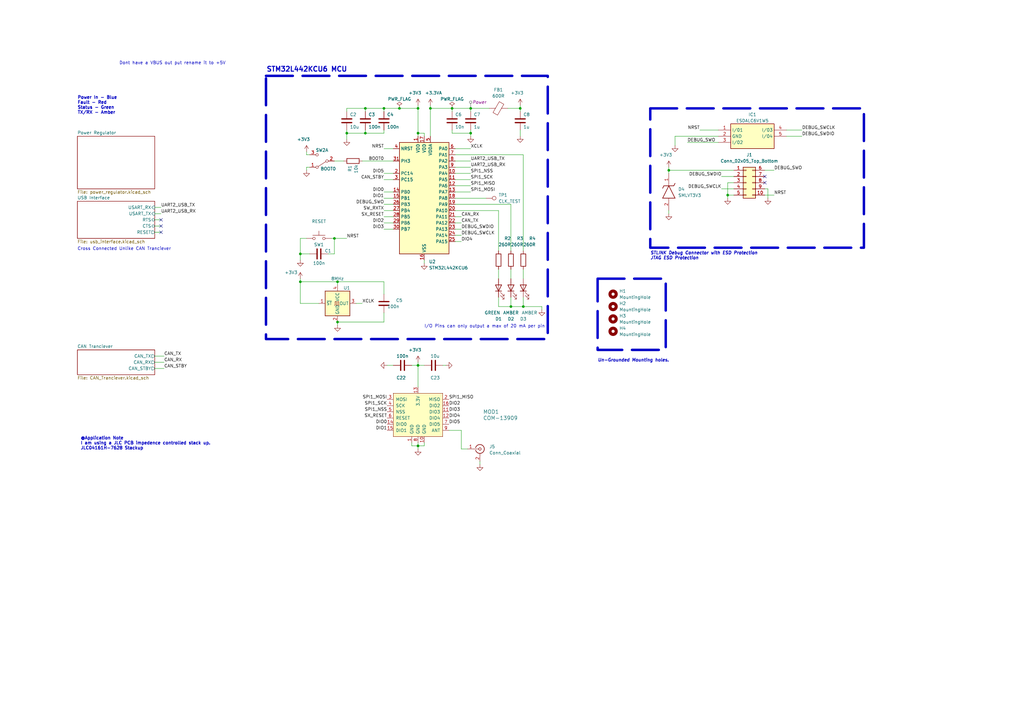
<source format=kicad_sch>
(kicad_sch (version 20230121) (generator eeschema)
  (paper "A3")
  (title_block (title "CAN Bus Linked Temlemetry Module") (date "2023-10-06") (rev "2"))
  (lib_symbols
    (symbol "Connector:Conn_Coaxial" (pin_names (offset 1.016) hide)
      (property "Reference" "J" (at 0.254 3.048 0))
      (property "Value" "Conn_Coaxial" (at 2.921 0 90))
      (symbol "Conn_Coaxial_0_1"
        (arc (start -1.778 -0.508) (mid 0.2311 -1.8066) (end 1.778 0) (stroke (width 0.254)))
        (polyline (pts (xy -2.54 0) (xy -0.508 0)))
        (polyline (pts (xy 0 -2.54) (xy 0 -1.778)))
        (circle (center 0 0) (radius 0.508) (stroke (width 0.2032)))
        (arc (start 1.778 0) (mid 0.2099 1.8101) (end -1.778 0.508) (stroke (width 0.254)))
      )
      (symbol "Conn_Coaxial_1_1"
        (pin passive line (at -5.08 0 0) (length 2.54) (name "In") (number "1"))
        (pin passive line (at 0 -5.08 90) (length 2.54) (name "Ext") (number "2"))
      )
    )
    (symbol "Connector:TestPoint" (pin_numbers hide) (pin_names (offset 0.762) hide)
      (property "Reference" "TP" (at 0 6.858 0))
      (property "Value" "TestPoint" (at 0 5.08 0))
      (symbol "TestPoint_0_1"
        (circle (center 0 3.302) (radius 0.762))
      )
      (symbol "TestPoint_1_1"
        (pin passive line (at 0 0 90) (length 2.54) (name "1") (number "1"))
      )
    )
    (symbol "Connector_Generic:Conn_02x05_Top_Bottom" (pin_names (offset 1.016) hide)
      (property "Reference" "J" (at 1.27 7.62 0))
      (property "Value" "Conn_02x05_Top_Bottom" (at 1.27 -7.62 0))
      (symbol "Conn_02x05_Top_Bottom_1_1"
        (rectangle (start -1.27 -4.953) (end 0 -5.207) (stroke (width 0.1524)))
        (rectangle (start -1.27 -2.413) (end 0 -2.667) (stroke (width 0.1524)))
        (rectangle (start -1.27 0.127) (end 0 -0.127) (stroke (width 0.1524)))
        (rectangle (start -1.27 2.667) (end 0 2.413) (stroke (width 0.1524)))
        (rectangle (start -1.27 5.207) (end 0 4.953) (stroke (width 0.1524)))
        (rectangle (start -1.27 6.35) (end 3.81 -6.35) (stroke (width 0.254)) (fill (type background)))
        (rectangle (start 3.81 -4.953) (end 2.54 -5.207) (stroke (width 0.1524)))
        (rectangle (start 3.81 -2.413) (end 2.54 -2.667) (stroke (width 0.1524)))
        (rectangle (start 3.81 0.127) (end 2.54 -0.127) (stroke (width 0.1524)))
        (rectangle (start 3.81 2.667) (end 2.54 2.413) (stroke (width 0.1524)))
        (rectangle (start 3.81 5.207) (end 2.54 4.953) (stroke (width 0.1524)))
        (pin passive line (at -5.08 5.08 0) (length 3.81) (name "Pin_1") (number "1"))
        (pin passive line (at 7.62 -5.08 180) (length 3.81) (name "Pin_10") (number "10"))
        (pin passive line (at -5.08 2.54 0) (length 3.81) (name "Pin_2") (number "2"))
        (pin passive line (at -5.08 0 0) (length 3.81) (name "Pin_3") (number "3"))
        (pin passive line (at -5.08 -2.54 0) (length 3.81) (name "Pin_4") (number "4"))
        (pin passive line (at -5.08 -5.08 0) (length 3.81) (name "Pin_5") (number "5"))
        (pin passive line (at 7.62 5.08 180) (length 3.81) (name "Pin_6") (number "6"))
        (pin passive line (at 7.62 2.54 180) (length 3.81) (name "Pin_7") (number "7"))
        (pin passive line (at 7.62 0 180) (length 3.81) (name "Pin_8") (number "8"))
        (pin passive line (at 7.62 -2.54 180) (length 3.81) (name "Pin_9") (number "9"))
      )
    )
    (symbol "Device:C" (pin_numbers hide) (pin_names (offset 0.254))
      (property "Reference" "C" (at 0.635 2.54 0))
      (property "Value" "C" (at 0.635 -2.54 0))
      (symbol "C_0_1"
        (polyline (pts (xy -2.032 -0.762) (xy 2.032 -0.762)) (stroke (width 0.508)))
        (polyline (pts (xy -2.032 0.762) (xy 2.032 0.762)) (stroke (width 0.508)))
      )
      (symbol "C_1_1"
        (pin passive line (at 0 3.81 270) (length 2.794) (name "~") (number "1"))
        (pin passive line (at 0 -3.81 90) (length 2.794) (name "~") (number "2"))
      )
    )
    (symbol "Device:FerriteBead" (pin_numbers hide) (pin_names (offset 0))
      (property "Reference" "FB" (at -3.81 0.635 90))
      (property "Value" "FerriteBead" (at 3.81 0 90))
      (symbol "FerriteBead_0_1"
        (polyline (pts (xy 0 -1.27) (xy 0 -1.2192)))
        (polyline (pts (xy 0 1.27) (xy 0 1.2954)))
        (polyline (pts (xy -2.7686 0.4064) (xy -1.7018 2.2606) (xy 2.7686 -0.3048) (xy 1.6764 -2.159) (xy -2.7686 0.4064)))
      )
      (symbol "FerriteBead_1_1"
        (pin passive line (at 0 3.81 270) (length 2.54) (name "~") (number "1"))
        (pin passive line (at 0 -3.81 90) (length 2.54) (name "~") (number "2"))
      )
    )
    (symbol "Device:LED" (pin_numbers hide) (pin_names (offset 1.016) hide)
      (property "Reference" "D" (at 0 2.54 0))
      (property "Value" "LED" (at 0 -2.54 0))
      (symbol "LED_0_1"
        (polyline (pts (xy -1.27 -1.27) (xy -1.27 1.27)) (stroke (width 0.254)))
        (polyline (pts (xy -1.27 0) (xy 1.27 0)))
        (polyline (pts (xy 1.27 -1.27) (xy 1.27 1.27) (xy -1.27 0) (xy 1.27 -1.27)) (stroke (width 0.254)))
        (polyline (pts (xy -3.048 -0.762) (xy -4.572 -2.286) (xy -3.81 -2.286) (xy -4.572 -2.286) (xy -4.572 -1.524)))
        (polyline (pts (xy -1.778 -0.762) (xy -3.302 -2.286) (xy -2.54 -2.286) (xy -3.302 -2.286) (xy -3.302 -1.524)))
      )
      (symbol "LED_1_1"
        (pin passive line (at -3.81 0 0) (length 2.54) (name "K") (number "1"))
        (pin passive line (at 3.81 0 180) (length 2.54) (name "A") (number "2"))
      )
    )
    (symbol "Device:R" (pin_numbers hide) (pin_names (offset 0))
      (property "Reference" "R" (at 2.032 0 90))
      (property "Value" "R" (at 0 0 90))
      (symbol "R_0_1"
        (rectangle (start -1.016 -2.54) (end 1.016 2.54) (stroke (width 0.254)))
      )
      (symbol "R_1_1"
        (pin passive line (at 0 3.81 270) (length 1.27) (name "~") (number "1"))
        (pin passive line (at 0 -3.81 90) (length 1.27) (name "~") (number "2"))
      )
    )
    (symbol "MCU_ST_STM32L4:STM32L442KCUx"
      (property "Reference" "U" (at -10.16 24.13 0))
      (property "Value" "STM32L442KCUx" (at 5.08 24.13 0))
      (symbol "STM32L442KCUx_0_1"
        (rectangle (start -10.16 -22.86) (end 10.16 22.86) (stroke (width 0.254)) (fill (type background)))
      )
      (symbol "STM32L442KCUx_1_1"
        (pin power_in line (at -2.54 25.4 270) (length 2.54) (name "VDD") (number "1"))
        (pin bidirectional line (at 12.7 10.16 180) (length 2.54) (name "PA4") (number "10"))
        (pin bidirectional line (at 12.7 7.62 180) (length 2.54) (name "PA5") (number "11"))
        (pin bidirectional line (at 12.7 5.08 180) (length 2.54) (name "PA6") (number "12"))
        (pin bidirectional line (at 12.7 2.54 180) (length 2.54) (name "PA7") (number "13"))
        (pin bidirectional line (at -12.7 2.54 0) (length 2.54) (name "PB0") (number "14"))
        (pin bidirectional line (at -12.7 0 0) (length 2.54) (name "PB1") (number "15"))
        (pin power_in line (at 0 -25.4 90) (length 2.54) (name "VSS") (number "16"))
        (pin power_in line (at 0 25.4 270) (length 2.54) (name "VDD") (number "17"))
        (pin bidirectional line (at 12.7 0 180) (length 2.54) (name "PA8") (number "18"))
        (pin bidirectional line (at 12.7 -2.54 180) (length 2.54) (name "PA9") (number "19"))
        (pin bidirectional line (at -12.7 10.16 0) (length 2.54) (name "PC14") (number "2"))
        (pin bidirectional line (at 12.7 -5.08 180) (length 2.54) (name "PA10") (number "20"))
        (pin bidirectional line (at 12.7 -7.62 180) (length 2.54) (name "PA11") (number "21"))
        (pin bidirectional line (at 12.7 -10.16 180) (length 2.54) (name "PA12") (number "22"))
        (pin bidirectional line (at 12.7 -12.7 180) (length 2.54) (name "PA13") (number "23"))
        (pin bidirectional line (at 12.7 -15.24 180) (length 2.54) (name "PA14") (number "24"))
        (pin bidirectional line (at 12.7 -17.78 180) (length 2.54) (name "PA15") (number "25"))
        (pin bidirectional line (at -12.7 -2.54 0) (length 2.54) (name "PB3") (number "26"))
        (pin bidirectional line (at -12.7 -5.08 0) (length 2.54) (name "PB4") (number "27"))
        (pin bidirectional line (at -12.7 -7.62 0) (length 2.54) (name "PB5") (number "28"))
        (pin bidirectional line (at -12.7 -10.16 0) (length 2.54) (name "PB6") (number "29"))
        (pin bidirectional line (at -12.7 7.62 0) (length 2.54) (name "PC15") (number "3"))
        (pin bidirectional line (at -12.7 -12.7 0) (length 2.54) (name "PB7") (number "30"))
        (pin bidirectional line (at -12.7 15.24 0) (length 2.54) (name "PH3") (number "31"))
        (pin passive line (at 0 -25.4 90) (length 2.54) hide (name "VSS") (number "32"))
        (pin passive line (at 0 -25.4 90) (length 2.54) hide (name "VSS") (number "33"))
        (pin input line (at -12.7 20.32 0) (length 2.54) (name "NRST") (number "4"))
        (pin power_in line (at 2.54 25.4 270) (length 2.54) (name "VDDA") (number "5"))
        (pin bidirectional line (at 12.7 20.32 180) (length 2.54) (name "PA0") (number "6"))
        (pin bidirectional line (at 12.7 17.78 180) (length 2.54) (name "PA1") (number "7"))
        (pin bidirectional line (at 12.7 15.24 180) (length 2.54) (name "PA2") (number "8"))
        (pin bidirectional line (at 12.7 12.7 180) (length 2.54) (name "PA3") (number "9"))
      )
    )
    (symbol "Mechanical:MountingHole" (pin_names (offset 1.016))
      (property "Reference" "H" (at 0 5.08 0))
      (property "Value" "MountingHole" (at 0 3.175 0))
      (symbol "MountingHole_0_1"
        (circle (center 0 0) (radius 1.27) (stroke (width 1.27)))
      )
    )
    (symbol "RF_Parts:ESDALC6V1W5"
      (property "Reference" "IC" (at 24.13 7.62 0))
      (property "Value" "ESDALC6V1W5" (at 24.13 5.08 0))
      (symbol "ESDALC6V1W5_1_1"
        (rectangle (start 5.08 2.54) (end 22.86 -7.62) (stroke (width 0.254)) (fill (type background)))
        (pin passive line (at 0 0 0) (length 5.08) (name "I/01") (number "1"))
        (pin passive line (at 0 -2.54 0) (length 5.08) (name "GND") (number "2"))
        (pin passive line (at 0 -5.08 0) (length 5.08) (name "I/02") (number "3"))
        (pin passive line (at 27.94 0 180) (length 5.08) (name "I/03") (number "4"))
        (pin passive line (at 27.94 -2.54 180) (length 5.08) (name "I/04") (number "5"))
      )
    )
    (symbol "RF_Parts:SG-3225CAN"
      (property "Reference" "U" (at 3.81 7.62 0))
      (symbol "SG-3225CAN_0_1"
        (rectangle (start -5.08 5.08) (end 5.08 -5.08) (stroke (width 0.254)) (fill (type background)))
        (polyline (pts (xy -1.27 -0.762) (xy -1.016 -0.762) (xy -1.016 0.762) (xy -0.508 0.762) (xy -0.508 -0.762) (xy 0 -0.762) (xy 0 0.762) (xy 0.508 0.762) (xy 0.508 -0.762) (xy 0.762 -0.762)))
      )
      (symbol "SG-3225CAN_1_1"
        (pin input line (at -7.62 0 0) (length 2.54) (name "~{ST}") (number "1"))
        (pin power_in line (at 0 -7.62 90) (length 2.54) (name "GND") (number "2"))
        (pin output line (at 7.62 0 180) (length 2.54) (name "OUT") (number "3"))
        (pin power_in line (at 0 7.62 270) (length 2.54) (name "VCC") (number "4"))
      )
    )
    (symbol "RF_Parts:SMLVT3V3" (pin_names hide)
      (property "Reference" "D" (at 10.16 8.89 0))
      (property "Value" "SMLVT3V3" (at 10.16 6.35 0))
      (symbol "SMLVT3V3_1_1"
        (polyline (pts (xy 4.064 2.54) (xy 5.08 2.032)) (stroke (width 0.254)))
        (polyline (pts (xy 5.08 -2.032) (xy 5.08 2.032)) (stroke (width 0.254)))
        (polyline (pts (xy 5.08 -2.032) (xy 6.096 -2.54)) (stroke (width 0.254)))
        (polyline (pts (xy 5.08 0) (xy 10.16 2.54)) (stroke (width 0.254)))
        (polyline (pts (xy 10.16 -2.54) (xy 5.08 0)) (stroke (width 0.254)))
        (polyline (pts (xy 10.16 -2.54) (xy 10.16 2.54)) (stroke (width 0.254)))
        (pin passive line (at 0 0 0) (length 5.08) (name "K") (number "1"))
        (pin passive line (at 15.24 0 180) (length 5.08) (name "A") (number "2"))
      )
    )
    (symbol "Switch:SW_DPDT_x2" (pin_names (offset 0) hide)
      (property "Reference" "SW" (at 0 4.318 0))
      (property "Value" "SW_DPDT_x2" (at 0 -5.08 0))
      (symbol "SW_DPDT_x2_0_0"
        (circle (center -2.032 0) (radius 0.508))
        (circle (center 2.032 -2.54) (radius 0.508))
      )
      (symbol "SW_DPDT_x2_0_1"
        (polyline (pts (xy -1.524 0.254) (xy 1.651 2.286)))
        (circle (center 2.032 2.54) (radius 0.508))
      )
      (symbol "SW_DPDT_x2_1_1"
        (pin passive line (at 5.08 2.54 180) (length 2.54) (name "A") (number "1"))
        (pin passive line (at -5.08 0 0) (length 2.54) (name "B") (number "2"))
        (pin passive line (at 5.08 -2.54 180) (length 2.54) (name "C") (number "3"))
      )
      (symbol "SW_DPDT_x2_2_1"
        (pin passive line (at 5.08 2.54 180) (length 2.54) (name "A") (number "4"))
        (pin passive line (at -5.08 0 0) (length 2.54) (name "B") (number "5"))
        (pin passive line (at 5.08 -2.54 180) (length 2.54) (name "C") (number "6"))
      )
    )
    (symbol "Switch:SW_Push" (pin_numbers hide) (pin_names (offset 1.016) hide)
      (property "Reference" "SW" (at 1.27 2.54 0))
      (property "Value" "SW_Push" (at 0 -1.524 0))
      (symbol "SW_Push_0_1"
        (circle (center -2.032 0) (radius 0.508))
        (polyline (pts (xy 0 1.27) (xy 0 3.048)))
        (polyline (pts (xy 2.54 1.27) (xy -2.54 1.27)))
        (circle (center 2.032 0) (radius 0.508))
        (pin passive line (at -5.08 0 0) (length 2.54) (name "1") (number "1"))
        (pin passive line (at 5.08 0 180) (length 2.54) (name "2") (number "2"))
      )
    )
    (symbol "dk_RF-Transceiver-Modules:COM-13909" (pin_names (offset 1.016))
      (property "Reference" "MOD" (at -10.287 13.7922 0))
      (property "Value" "COM-13909" (at 3.2766 -6.477 0))
      (symbol "COM-13909_1_1"
        (rectangle (start -10.16 12.7) (end 10.16 -5.08) (fill (type background)))
        (pin power_in line (at -2.54 -7.62 90) (length 2.54) (name "GND") (number "1"))
        (pin power_in line (at 2.54 -7.62 90) (length 2.54) (name "GND") (number "10"))
        (pin bidirectional line (at 12.7 5.08 180) (length 2.54) (name "DIO3") (number "11"))
        (pin bidirectional line (at 12.7 2.54 180) (length 2.54) (name "DIO4") (number "12"))
        (pin power_in line (at 0 15.24 270) (length 2.54) (name "3.3V") (number "13"))
        (pin bidirectional line (at -12.7 0 0) (length 2.54) (name "DIO0") (number "14"))
        (pin bidirectional line (at -12.7 -2.54 0) (length 2.54) (name "DIO1") (number "15"))
        (pin bidirectional line (at 12.7 7.62 180) (length 2.54) (name "DIO2") (number "16"))
        (pin output line (at 12.7 10.16 180) (length 2.54) (name "MISO") (number "2"))
        (pin input line (at -12.7 10.16 0) (length 2.54) (name "MOSI") (number "3"))
        (pin input line (at -12.7 7.62 0) (length 2.54) (name "SCK") (number "4"))
        (pin input line (at -12.7 5.08 0) (length 2.54) (name "NSS") (number "5"))
        (pin input line (at -12.7 2.54 0) (length 2.54) (name "RESET") (number "6"))
        (pin bidirectional line (at 12.7 0 180) (length 2.54) (name "DIO5") (number "7"))
        (pin power_in line (at 0 -7.62 90) (length 2.54) (name "GND") (number "8"))
        (pin bidirectional line (at 12.7 -2.54 180) (length 2.54) (name "ANT") (number "9"))
      )
    )
    (symbol "power:+3.3VA" (power) (pin_names (offset 0))
      (property "Value" "+3.3VA" (at 0 3.556 0))
      (symbol "+3.3VA_0_1"
        (polyline (pts (xy -0.762 1.27) (xy 0 2.54)))
        (polyline (pts (xy 0 0) (xy 0 2.54)))
        (polyline (pts (xy 0 2.54) (xy 0.762 1.27)))
      )
      (symbol "+3.3VA_1_1"
        (pin power_in line (at 0 0 90) (length 0) hide (name "+3.3VA") (number "1"))
      )
    )
    (symbol "power:+3V3" (power) (pin_names (offset 0))
      (property "Value" "+3V3" (at 0 3.556 0))
      (symbol "+3V3_0_1"
        (polyline (pts (xy -0.762 1.27) (xy 0 2.54)))
        (polyline (pts (xy 0 0) (xy 0 2.54)))
        (polyline (pts (xy 0 2.54) (xy 0.762 1.27)))
      )
      (symbol "+3V3_1_1"
        (pin power_in line (at 0 0 90) (length 0) hide (name "+3V3") (number "1"))
      )
    )
    (symbol "power:GND" (power) (pin_names (offset 0))
      (property "Value" "GND" (at 0 -3.81 0))
      (symbol "GND_0_1"
        (polyline (pts (xy 0 0) (xy 0 -1.27) (xy 1.27 -1.27) (xy 0 -2.54) (xy -1.27 -1.27) (xy 0 -1.27)))
      )
      (symbol "GND_1_1"
        (pin power_in line (at 0 0 270) (length 0) hide (name "GND") (number "1"))
      )
    )
    (symbol "power:PWR_FLAG" (power) (pin_numbers hide) (pin_names (offset 0) hide)
      (property "Value" "PWR_FLAG" (at 0 3.81 0))
      (symbol "PWR_FLAG_0_0"
        (pin power_out line (at 0 0 90) (length 0) (name "pwr") (number "1"))
      )
      (symbol "PWR_FLAG_0_1"
        (polyline (pts (xy 0 0) (xy 0 1.27) (xy -1.016 1.905) (xy 0 2.54) (xy 1.016 1.905) (xy 0 1.27)))
      )
    )
  )
  (junction (at 185.42 44.45))
  (junction (at 171.45 54.61))
  (junction (at 213.36 44.45))
  (junction (at 163.83 44.45))
  (junction (at 193.04 44.45))
  (junction (at 149.86 54.61))
  (junction (at 171.45 182.88))
  (junction (at 176.53 44.45))
  (junction (at 123.19 115.57))
  (junction (at 214.63 125.73))
  (junction (at 298.45 80.01))
  (junction (at 157.48 44.45))
  (junction (at 171.45 149.86))
  (junction (at 142.24 54.61))
  (junction (at 123.19 104.14))
  (junction (at 209.55 125.73))
  (junction (at 149.86 44.45))
  (junction (at 193.04 54.61))
  (junction (at 137.16 97.79))
  (junction (at 138.43 115.57))
  (junction (at 274.32 69.85))
  (junction (at 138.43 132.08))
  (junction (at 171.45 44.45))
  (no_connect (at 66.04 92.71))
  (no_connect (at 66.04 90.17))
  (no_connect (at 313.69 74.93))
  (no_connect (at 313.69 72.39))
  (no_connect (at 66.04 95.25))
  (wire (pts (xy 185.42 44.45) (xy 185.42 45.72)))
  (wire (pts (xy 196.85 189.23) (xy 196.85 190.5)))
  (wire (pts (xy 123.19 97.79) (xy 123.19 104.14)))
  (wire (pts (xy 186.69 78.74) (xy 193.04 78.74)))
  (wire (pts (xy 137.16 97.79) (xy 137.16 104.14)))
  (wire (pts (xy 138.43 115.57) (xy 123.19 115.57)))
  (wire (pts (xy 314.96 81.28) (xy 314.96 77.47)))
  (wire (pts (xy 63.5 90.17) (xy 66.04 90.17)))
  (wire (pts (xy 298.45 80.01) (xy 300.99 80.01)))
  (wire (pts (xy 127 68.58) (xy 125.73 68.58)))
  (wire (pts (xy 193.04 55.88) (xy 193.04 54.61)))
  (wire (pts (xy 199.39 81.28) (xy 186.69 81.28)))
  (wire (pts (xy 125.73 97.79) (xy 123.19 97.79)))
  (wire (pts (xy 274.32 86.36) (xy 274.32 87.63)))
  (wire (pts (xy 193.04 44.45) (xy 200.66 44.45)))
  (wire (pts (xy 204.47 121.92) (xy 204.47 125.73)))
  (wire (pts (xy 189.23 184.15) (xy 189.23 176.53)))
  (wire (pts (xy 281.94 58.42) (xy 294.64 58.42)))
  (wire (pts (xy 171.45 43.18) (xy 171.45 44.45)))
  (wire (pts (xy 176.53 44.45) (xy 185.42 44.45)))
  (wire (pts (xy 161.29 78.74) (xy 157.48 78.74)))
  (wire (pts (xy 63.5 148.59) (xy 67.31 148.59)))
  (wire (pts (xy 123.19 115.57) (xy 123.19 124.46)))
  (wire (pts (xy 274.32 68.58) (xy 274.32 69.85)))
  (wire (pts (xy 204.47 86.36) (xy 186.69 86.36)))
  (wire (pts (xy 123.19 104.14) (xy 123.19 106.68)))
  (wire (pts (xy 295.91 77.47) (xy 300.99 77.47)))
  (wire (pts (xy 158.75 149.86) (xy 161.29 149.86)))
  (wire (pts (xy 181.61 149.86) (xy 182.88 149.86)))
  (wire (pts (xy 161.29 88.9) (xy 157.48 88.9)))
  (wire (pts (xy 213.36 44.45) (xy 213.36 45.72)))
  (wire (pts (xy 138.43 116.84) (xy 138.43 115.57)))
  (wire (pts (xy 185.42 54.61) (xy 193.04 54.61)))
  (wire (pts (xy 138.43 132.08) (xy 157.48 132.08)))
  (wire (pts (xy 189.23 176.53) (xy 184.15 176.53)))
  (wire (pts (xy 295.91 72.39) (xy 300.99 72.39)))
  (wire (pts (xy 142.24 54.61) (xy 149.86 54.61)))
  (wire (pts (xy 214.63 114.3) (xy 214.63 110.49)))
  (wire (pts (xy 161.29 86.36) (xy 157.48 86.36)))
  (wire (pts (xy 125.73 68.58) (xy 125.73 69.85)))
  (wire (pts (xy 157.48 83.82) (xy 161.29 83.82)))
  (wire (pts (xy 168.91 182.88) (xy 171.45 182.88)))
  (wire (pts (xy 123.19 114.3) (xy 123.19 115.57)))
  (wire (pts (xy 173.99 149.86) (xy 171.45 149.86)))
  (wire (pts (xy 204.47 125.73) (xy 209.55 125.73)))
  (wire (pts (xy 294.64 55.88) (xy 276.86 55.88)))
  (wire (pts (xy 157.48 60.96) (xy 161.29 60.96)))
  (wire (pts (xy 213.36 43.18) (xy 213.36 44.45)))
  (wire (pts (xy 317.5 80.01) (xy 313.69 80.01)))
  (wire (pts (xy 171.45 54.61) (xy 171.45 55.88)))
  (wire (pts (xy 186.69 88.9) (xy 189.23 88.9)))
  (wire (pts (xy 186.69 63.5) (xy 214.63 63.5)))
  (wire (pts (xy 173.99 55.88) (xy 173.99 54.61)))
  (wire (pts (xy 63.5 87.63) (xy 66.04 87.63)))
  (wire (pts (xy 171.45 148.59) (xy 171.45 149.86)))
  (wire (pts (xy 317.5 69.85) (xy 313.69 69.85)))
  (wire (pts (xy 137.16 66.04) (xy 140.97 66.04)))
  (wire (pts (xy 186.69 68.58) (xy 193.04 68.58)))
  (wire (pts (xy 298.45 80.01) (xy 298.45 81.28)))
  (wire (pts (xy 193.04 45.72) (xy 193.04 44.45)))
  (wire (pts (xy 171.45 182.88) (xy 173.99 182.88)))
  (wire (pts (xy 186.69 76.2) (xy 193.04 76.2)))
  (wire (pts (xy 63.5 85.09) (xy 66.04 85.09)))
  (wire (pts (xy 186.69 96.52) (xy 189.23 96.52)))
  (wire (pts (xy 161.29 91.44) (xy 157.48 91.44)))
  (wire (pts (xy 171.45 44.45) (xy 171.45 54.61)))
  (wire (pts (xy 142.24 44.45) (xy 142.24 45.72)))
  (wire (pts (xy 138.43 115.57) (xy 157.48 115.57)))
  (wire (pts (xy 157.48 44.45) (xy 163.83 44.45)))
  (wire (pts (xy 176.53 44.45) (xy 176.53 55.88)))
  (wire (pts (xy 142.24 53.34) (xy 142.24 54.61)))
  (wire (pts (xy 208.28 44.45) (xy 213.36 44.45)))
  (wire (pts (xy 189.23 99.06) (xy 186.69 99.06)))
  (wire (pts (xy 204.47 102.87) (xy 204.47 86.36)))
  (wire (pts (xy 322.58 53.34) (xy 328.93 53.34)))
  (wire (pts (xy 274.32 69.85) (xy 274.32 71.12)))
  (wire (pts (xy 298.45 74.93) (xy 300.99 74.93)))
  (wire (pts (xy 214.63 63.5) (xy 214.63 102.87)))
  (wire (pts (xy 186.69 66.04) (xy 193.04 66.04)))
  (wire (pts (xy 186.69 71.12) (xy 193.04 71.12)))
  (wire (pts (xy 214.63 125.73) (xy 209.55 125.73)))
  (wire (pts (xy 186.69 91.44) (xy 189.23 91.44)))
  (wire (pts (xy 193.04 53.34) (xy 193.04 54.61)))
  (wire (pts (xy 149.86 44.45) (xy 149.86 45.72)))
  (wire (pts (xy 149.86 54.61) (xy 157.48 54.61)))
  (wire (pts (xy 157.48 120.65) (xy 157.48 115.57)))
  (wire (pts (xy 186.69 60.96) (xy 193.04 60.96)))
  (wire (pts (xy 157.48 53.34) (xy 157.48 54.61)))
  (wire (pts (xy 63.5 151.13) (xy 67.31 151.13)))
  (wire (pts (xy 137.16 104.14) (xy 134.62 104.14)))
  (wire (pts (xy 149.86 53.34) (xy 149.86 54.61)))
  (wire (pts (xy 142.24 44.45) (xy 149.86 44.45)))
  (wire (pts (xy 138.43 132.08) (xy 138.43 133.35)))
  (wire (pts (xy 168.91 181.61) (xy 168.91 182.88)))
  (wire (pts (xy 142.24 54.61) (xy 142.24 57.15)))
  (wire (pts (xy 314.96 77.47) (xy 313.69 77.47)))
  (wire (pts (xy 204.47 114.3) (xy 204.47 110.49)))
  (wire (pts (xy 125.73 63.5) (xy 127 63.5)))
  (wire (pts (xy 148.59 124.46) (xy 146.05 124.46)))
  (wire (pts (xy 209.55 83.82) (xy 186.69 83.82)))
  (wire (pts (xy 163.83 44.45) (xy 171.45 44.45)))
  (wire (pts (xy 127 104.14) (xy 123.19 104.14)))
  (wire (pts (xy 276.86 55.88) (xy 276.86 59.69)))
  (wire (pts (xy 171.45 182.88) (xy 171.45 184.15)))
  (wire (pts (xy 137.16 97.79) (xy 142.24 97.79)))
  (wire (pts (xy 287.02 53.34) (xy 294.64 53.34)))
  (wire (pts (xy 123.19 124.46) (xy 130.81 124.46)))
  (wire (pts (xy 157.48 44.45) (xy 149.86 44.45)))
  (wire (pts (xy 63.5 95.25) (xy 66.04 95.25)))
  (wire (pts (xy 186.69 73.66) (xy 193.04 73.66)))
  (wire (pts (xy 148.59 66.04) (xy 161.29 66.04)))
  (wire (pts (xy 161.29 81.28) (xy 157.48 81.28)))
  (wire (pts (xy 189.23 184.15) (xy 191.77 184.15)))
  (wire (pts (xy 185.42 44.45) (xy 193.04 44.45)))
  (wire (pts (xy 209.55 102.87) (xy 209.55 83.82)))
  (wire (pts (xy 171.45 181.61) (xy 171.45 182.88)))
  (wire (pts (xy 125.73 63.5) (xy 125.73 62.23)))
  (wire (pts (xy 168.91 149.86) (xy 171.45 149.86)))
  (wire (pts (xy 214.63 121.92) (xy 214.63 125.73)))
  (wire (pts (xy 176.53 43.18) (xy 176.53 44.45)))
  (wire (pts (xy 222.25 127) (xy 222.25 125.73)))
  (wire (pts (xy 173.99 54.61) (xy 171.45 54.61)))
  (wire (pts (xy 157.48 128.27) (xy 157.48 132.08)))
  (wire (pts (xy 209.55 125.73) (xy 209.55 121.92)))
  (wire (pts (xy 185.42 53.34) (xy 185.42 54.61)))
  (wire (pts (xy 135.89 97.79) (xy 137.16 97.79)))
  (wire (pts (xy 173.99 106.68) (xy 173.99 107.95)))
  (wire (pts (xy 222.25 125.73) (xy 214.63 125.73)))
  (wire (pts (xy 322.58 55.88) (xy 328.93 55.88)))
  (wire (pts (xy 298.45 74.93) (xy 298.45 80.01)))
  (wire (pts (xy 213.36 53.34) (xy 213.36 55.88)))
  (wire (pts (xy 171.45 149.86) (xy 171.45 158.75)))
  (wire (pts (xy 173.99 182.88) (xy 173.99 181.61)))
  (wire (pts (xy 186.69 93.98) (xy 189.23 93.98)))
  (wire (pts (xy 274.32 69.85) (xy 300.99 69.85)))
  (wire (pts (xy 157.48 44.45) (xy 157.48 45.72)))
  (wire (pts (xy 157.48 71.12) (xy 161.29 71.12)))
  (wire (pts (xy 157.48 73.66) (xy 161.29 73.66)))
  (wire (pts (xy 63.5 146.05) (xy 67.31 146.05)))
  (wire (pts (xy 209.55 114.3) (xy 209.55 110.49)))
  (wire (pts (xy 63.5 92.71) (xy 66.04 92.71)))
  (wire (pts (xy 161.29 93.98) (xy 157.48 93.98)))
  (rectangle (start 109.093 31.115) (end 224.663 139.065) (stroke (width 1) (type dash)))
  (rectangle (start 478.79 15.24) (end 491.49 26.67))
  (rectangle (start 520.7 15.24) (end 538.48 29.21))
  (rectangle (start 497.84 17.78) (end 502.92 22.86))
  (rectangle (start 444.5 15.24) (end 452.12 26.67))
  (rectangle (start 245.11 114.3) (end 273.05 143.51) (stroke (width 1) (type dash)))
  (rectangle (start 444.5 8.89) (end 538.48 34.29))
  (rectangle (start 457.2 17.78) (end 463.55 24.13))
  (rectangle (start 266.7 44.45) (end 354.33 101.6) (stroke (width 1) (type dash)))
  (rectangle (start 461.01 29.21) (end 468.63 34.29))
  (text "MCU" (at 478.79 15.24 0) (effects (font (size 1.27 1.27)) (justify left bottom)))
  (text "Front\n" (at 444.5 7.62 0) (effects (font (size 1.27 1.27)) (justify left bottom)))
  (text "Un-Grounded Mounting holes." (at 245.11 148.59 0) (effects (font (size 1.27 1.27) (thickness 0.254) bold italic) (justify left bottom)))
  (text "COAX RF Anttenna\n" (at 520.7 15.24 0) (effects (font (size 1.27 1.27)) (justify left bottom)))
  (text "Final parts bill:\n\nLDO Voltage Regulator : https://www.digikey.ca/en/products/detail/texas-instruments/TLV2217-33KVURG3/1096010\n\nSTM32L562CET6 : https://www.st.com/en/microcontrollers-microprocessors/stm32l562ce.html#sample-buy\n\nRF Tranciever AT86RF215-ZU : https://www.digikey.ca/en/products/detail/microchip-technology/AT86RF215-ZU/5147177\n\nCAN Tranciever MCP2544WFD-E/FSN : https://www.digikey.ca/en/products/detail/microchip-technology/MCP2544WFD-E%2FSN/5975771\n\n8 MHz Crystal Occilator ECS-80-12-33-JGN-TR : https://www.digikey.ca/en/products/detail/ecs-inc/ECS-80-12-33-JGN-TR/10478754\n\nUSB ESD PROTECTION TVS : https://www.digikey.ca/en/products/detail/stmicroelectronics/USBLC6-2SC6/1040559\n\nSWD ESD PROTECTION IC : https://www.digikey.ca/en/products/detail/stmicroelectronics/ESDALC6V1W5/1037997\n\nSWD ESD PROTECTION DIODE : https://www.digikey.ca/en/products/detail/stmicroelectronics/SMLVT3V3/603521\n\nPOWER DIODE ESDA7P120-1U1M : https://www.digikey.ca/en/products/detail/stmicroelectronics/ESDA7P120-1U1M/6709858\n\nCAN Transciever ESD Protection ESDCAN03-2BWY : https://www.digikey.ca/en/products/detail/stmicroelectronics/ESDCAN03-2BWY/5305266\n\nButton Push : https://www.digikey.ca/en/products/detail/w%C3%BCrth-elektronik/434133025816/9950810\n\nCAN 2.0 Controller MCP2517FD-H/FSL : https://www.digikey.ca/en/products/detail/microchip-technology/MCP2517FD-H%2FSL/7691348?" (at 444.5 86.36 0) (effects (font (size 1.27 1.27)) (justify left bottom)))
  (text "STM32L442KCU6 MCU" (at 109.22 29.718 0) (effects (font (size 2 2) (thickness 0.4) bold) (justify left bottom)))
  (text "CAN Transciever\n" (at 453.39 17.78 0) (effects (font (size 1.27 1.27)) (justify left bottom)))
  (text "STLINK Debug Connector with ESD Protection\nJTAG ESD Protection" (at 266.7 106.68 0) (effects (font (size 1.27 1.27) (thickness 0.254) bold italic) (justify left bottom)))
  (text "@Application Note\nI am using a JLC PCB impedence controlled stack up.\nJLC04161H-7628 Stackup\n\n" (at 33.02 186.69 0) (effects (font (size 1.27 1.27) (thickness 0.254) bold) (justify left bottom)))
  (text "Power In - Blue\nFault - Red\nStatus - Green\nTX/RX - Amber" (at 31.75 46.99 0) (effects (font (size 1.27 1.27) (thickness 0.254) bold) (justify left bottom)))
  (text "USB\n" (at 461.01 31.75 0) (effects (font (size 1.27 1.27)) (justify left bottom)))
  (text "Cross Connected Unlike CAN Tranciever" (at 31.75 102.87 0) (effects (font (size 1.27 1.27)) (justify left bottom)))
  (text "I/O Pins can only output a max of 20 mA per pin" (at 173.99 134.62 0) (effects (font (size 1.27 1.27)) (justify left bottom)))
  (text "CAN RJ45" (at 450.85 26.67 90) (effects (font (size 1.27 1.27)) (justify left bottom)))
  (text "RF Transciever\n" (at 495.3 17.78 0) (effects (font (size 1.27 1.27)) (justify left bottom)))
  (text "Dont have a VBUS out put rename it to +5V\n" (at 48.895 26.67 0) (effects (font (size 1.27 1.27)) (justify left bottom)))
  (label "DIO3" (at 157.48 93.98 180))
  (label "DIO4" (at 189.23 99.06 0))
  (label "SPI1_MISO" (at 184.15 163.83 0))
  (label "SX_RESET" (at 157.48 88.9 180))
  (label "DEBUG_SWDIO" (at 189.23 93.98 0))
  (label "DEBUG_SWO" (at 281.94 58.42 0))
  (label "SPI1_SCK" (at 158.75 166.37 180))
  (label "DEBUG_SWO" (at 317.5 69.85 0))
  (label "NRST" (at 142.24 97.79 0))
  (label "UART2_USB_TX" (at 66.04 85.09 0))
  (label "UART2_USB_TX" (at 193.04 66.04 0))
  (label "DEBUG_SWDIO" (at 295.91 72.39 180))
  (label "CAN_STBY" (at 157.48 73.66 180))
  (label "DIO5" (at 184.15 173.99 0))
  (label "NRST" (at 287.02 53.34 180))
  (label "NRST" (at 317.5 80.01 0))
  (label "DIO1" (at 157.48 81.28 180))
  (label "CAN_RX" (at 189.23 88.9 0))
  (label "DIO3" (at 184.15 168.91 0))
  (label "DIO0" (at 158.75 173.99 180))
  (label "NRST" (at 157.48 60.96 180))
  (label "CAN_TX" (at 67.31 146.05 0))
  (label "SPI1_MOSI" (at 193.04 78.74 0))
  (label "UART2_USB_RX" (at 193.04 68.58 0))
  (label "SW_RXTX" (at 157.48 86.36 180))
  (label "DEBUG_SWO" (at 157.48 83.82 180))
  (label "CAN_STBY" (at 67.31 151.13 0))
  (label "DIO4" (at 184.15 171.45 0))
  (label "BOOT0" (at 157.48 66.04 180))
  (label "XCLK" (at 148.59 124.46 0))
  (label "SPI1_NSS" (at 193.04 71.12 0))
  (label "DEBUG_SWCLK" (at 189.23 96.52 0))
  (label "DIO2" (at 184.15 166.37 0))
  (label "SPI1_NSS" (at 158.75 168.91 180))
  (label "DIO2" (at 157.48 91.44 180))
  (label "SX_RESET" (at 158.75 171.45 180))
  (label "DEBUG_SWDIO" (at 328.93 55.88 0))
  (label "DIO5" (at 157.48 71.12 180))
  (label "DIO0" (at 157.48 78.74 180))
  (label "SPI1_MISO" (at 193.04 76.2 0))
  (label "XCLK" (at 193.04 60.96 0))
  (label "UART2_USB_RX" (at 66.04 87.63 0))
  (label "DIO1" (at 158.75 176.53 180))
  (label "SPI1_MOSI" (at 158.75 163.83 180))
  (label "DEBUG_SWCLK" (at 295.91 77.47 180))
  (label "CAN_TX" (at 189.23 91.44 0))
  (label "CAN_RX" (at 67.31 148.59 0))
  (label "SPI1_SCK" (at 193.04 73.66 0))
  (label "DEBUG_SWCLK" (at 328.93 53.34 0))
  (netclass_flag "" (length 2.54) (shape round) (at 193.04 44.45 0) (property "Netclass" "Power" (at 193.7385 41.91 0) (effects (font italic) (justify left))))
  (symbol (lib_id "Device:FerriteBead") (at 204.47 44.45 90) (unit 1)
    (property "Reference" "FB1" (at 204.4192 36.83 90))
    (property "Value" "600R" (at 204.4192 39.37 90))
    (property "Footprint" "Resistor_SMD:R_0603_1608Metric" (effects hide))
    (property "LCSC #" "C1002" (effects hide))
    (property "JLCPCB Part#(optional)" "C1002" (effects hide))
    (property "DK #" "240-2367-1-ND" (effects hide))
    (property "PCBA" "-" (effects hide))
  )
  (symbol (lib_id "power:GND") (at 182.88 149.86 90) (unit 1)
    (property "Reference" "#PWR060" (effects hide))
    (property "Value" "GND" (effects hide))
  )
  (symbol (lib_id "Connector:Conn_Coaxial") (at 196.85 184.15 0) (unit 1)
    (property "Reference" "J5" (at 200.66 183.1732 0) (effects (justify left)))
    (property "Value" "Conn_Coaxial" (at 200.66 185.7132 0) (effects (justify left)))
    (property "Footprint" "footprints:TAOGLAS_EMPCB.SMAFSTJ.B.HT" (effects hide))
    (property "Datasheet" " ~" (effects hide))
    (property "DK #" "314-1702-ND" (effects hide))
  )
  (symbol (lib_id "power:+3V3") (at 274.32 68.58 0) (unit 1)
    (property "Reference" "#PWR014" (effects hide))
    (property "Value" "+3V3" (at 273.05 63.5 0))
  )
  (symbol (lib_id "Device:C") (at 193.04 49.53 0) (unit 1)
    (property "Reference" "C7" (at 194.31 46.99 0) (effects (justify left)))
    (property "Value" "1u" (at 194.31 52.07 0) (effects (justify left)))
    (property "Footprint" "Capacitor_SMD:C_0402_1005Metric" (effects hide))
    (property "LCSC #" "C52923" (effects hide))
    (property "JLCPCB Part#(optional)" "C52923" (effects hide))
    (property "DK #" "490-13339-1-ND" (effects hide))
    (property "PCBA" "-" (effects hide))
  )
  (symbol (lib_id "Device:C") (at 185.42 49.53 0) (unit 1)
    (property "Reference" "C6" (at 186.69 46.99 0) (effects (justify left)))
    (property "Value" "10n" (at 186.69 52.07 0) (effects (justify left)))
    (property "Footprint" "Capacitor_SMD:C_0402_1005Metric" (effects hide))
    (property "LCSC #" "C1525" (effects hide))
    (property "JLCPCB Part#(optional)" "-- mixed values --" (effects hide))
    (property "DK #" "490-4762-1-ND" (effects hide))
    (property "PCBA" "-" (effects hide))
  )
  (symbol (lib_id "power:GND") (at 142.24 57.15 0) (unit 1)
    (property "Reference" "#PWR06" (effects hide))
    (property "Value" "GND" (effects hide))
  )
  (symbol (lib_id "power:+3V3") (at 125.73 62.23 0) (unit 1)
    (property "Reference" "#PWR03" (effects hide))
    (property "Value" "+3V3" (at 124.46 57.15 0))
  )
  (symbol (lib_id "power:GND") (at 171.45 184.15 0) (unit 1)
    (property "Reference" "#PWR056" (effects hide))
    (property "Value" "GND" (effects hide))
  )
  (symbol (lib_id "Device:C") (at 213.36 49.53 0) (unit 1)
    (property "Reference" "C8" (at 214.63 46.99 0) (effects (justify left)))
    (property "Value" "1u" (at 214.63 52.07 0) (effects (justify left)))
    (property "Footprint" "Capacitor_SMD:C_0402_1005Metric" (effects hide))
    (property "LCSC #" "C52923" (effects hide))
    (property "JLCPCB Part#(optional)" "C52923" (effects hide))
    (property "DK #" "490-13339-1-ND" (effects hide))
    (property "PCBA" "-" (effects hide))
  )
  (symbol (lib_id "Device:R") (at 209.55 106.68 180) (unit 1)
    (property "Reference" "R3" (at 214.63 97.79 0) (effects (justify left)))
    (property "Value" "260R" (at 214.63 100.33 0) (effects (justify left)))
    (property "Footprint" "Resistor_SMD:R_0603_1608Metric" (effects hide))
    (property "LCSC #" "C22966" (effects hide))
    (property "JLCPCB Part#(optional)" "C22966" (effects hide))
    (property "DK #" "RMCF0603FT110RCT-ND" (effects hide))
    (property "PCBA" "-" (effects hide))
  )
  (symbol (lib_id "Device:R") (at 144.78 66.04 90) (unit 1)
    (property "Reference" "R1" (at 143.51 70.485 0) (effects (justify left)))
    (property "Value" "10k" (at 146.05 71.12 0) (effects (justify left)))
    (property "Footprint" "Resistor_SMD:R_0603_1608Metric" (effects hide))
    (property "LCSC #" "C25804" (effects hide))
    (property "JLCPCB Part#(optional)" "C25804" (effects hide))
    (property "DK #" "311-10.0KHRCT-ND" (effects hide))
    (property "PCBA" "-" (effects hide))
  )
  (symbol (lib_id "Mechanical:MountingHole") (at 251.46 125.73 0) (unit 1)
    (property "Reference" "H2" (at 254 124.46 0) (effects (justify left)))
    (property "Value" "MountingHole" (at 254 127 0) (effects (justify left)))
    (property "Footprint" "MountingHole:MountingHole_2.2mm_M2" (effects hide))
  )
  (symbol (lib_id "power:GND") (at 138.43 133.35 0) (unit 1)
    (property "Reference" "#PWR05" (effects hide))
    (property "Value" "GND" (effects hide))
  )
  (symbol (lib_id "Device:R") (at 214.63 106.68 180) (unit 1)
    (property "Reference" "R4" (at 219.71 97.79 0) (effects (justify left)))
    (property "Value" "260R" (at 219.71 100.33 0) (effects (justify left)))
    (property "Footprint" "Resistor_SMD:R_0603_1608Metric" (effects hide))
    (property "LCSC #" "C22966" (effects hide))
    (property "JLCPCB Part#(optional)" "C22966" (effects hide))
    (property "DK #" "RMCF0603FT110RCT-ND" (effects hide))
    (property "PCBA" "-" (effects hide))
  )
  (symbol (lib_id "Connector_Generic:Conn_02x05_Top_Bottom") (at 306.07 74.93 0) (unit 1)
    (property "Reference" "J1" (at 307.34 63.5 0))
    (property "Value" "Conn_02x05_Top_Bottom" (at 307.34 66.04 0))
    (property "Footprint" "Connector_PinHeader_2.54mm:PinHeader_2x05_P2.54mm_Vertical" (effects hide))
    (property "LCSC #" "C5116482" (effects hide))
    (property "JLCPCB Part#(optional)" "C5116482" (effects hide))
  )
  (symbol (lib_id "Device:R") (at 204.47 106.68 180) (unit 1)
    (property "Reference" "R2" (at 209.55 97.79 0) (effects (justify left)))
    (property "Value" "260R" (at 209.55 100.33 0) (effects (justify left)))
    (property "Footprint" "Resistor_SMD:R_0603_1608Metric" (effects hide))
    (property "LCSC #" "C22966" (effects hide))
    (property "JLCPCB Part#(optional)" "C22966" (effects hide))
    (property "DK #" "RMCF0603FT110RCT-ND" (effects hide))
    (property "PCBA" "-" (effects hide))
  )
  (symbol (lib_id "power:GND") (at 298.45 81.28 0) (unit 1)
    (property "Reference" "#PWR017" (effects hide))
    (property "Value" "GND" (effects hide))
  )
  (symbol (lib_id "Device:C") (at 157.48 49.53 0) (unit 1)
    (property "Reference" "C4" (at 158.75 46.99 0) (effects (justify left)))
    (property "Value" "100n" (at 158.75 52.07 0) (effects (justify left)))
    (property "Footprint" "Capacitor_SMD:C_0402_1005Metric" (effects hide))
    (property "Description" "100nF -20%,+80% 16V Y5V 0402 Multilayer Ceramic Capacitors MLCC - SMD/SMT RoHS" (effects hide))
    (property "LCSC #" "C1525" (effects hide))
    (property "JLCPCB Part#(optional)" "C1525" (effects hide))
    (property "DK #" "490-14603-1-ND" (effects hide))
    (property "PCBA" "-" (effects hide))
  )
  (symbol (lib_id "power:GND") (at 213.36 55.88 0) (unit 1)
    (property "Reference" "#PWR012" (effects hide))
    (property "Value" "GND" (effects hide))
  )
  (symbol (lib_id "power:PWR_FLAG") (at 185.42 44.45 0) (unit 1)
    (property "Reference" "#FLG02" (effects hide))
    (property "Value" "PWR_FLAG" (at 185.42 40.64 0))
  )
  (symbol (lib_id "power:+3V3") (at 213.36 43.18 0) (unit 1)
    (property "Reference" "#PWR011" (effects hide))
    (property "Value" "+3V3" (at 212.09 38.1 0))
  )
  (symbol (lib_id "power:GND") (at 158.75 149.86 270) (unit 1)
    (property "Reference" "#PWR059" (effects hide))
    (property "Value" "GND" (effects hide))
  )
  (symbol (lib_id "Device:C") (at 130.81 104.14 90) (unit 1)
    (property "Reference" "C1" (at 135.89 102.87 90) (effects (justify left)))
    (property "Value" "100n" (at 133.35 107.95 90) (effects (justify left)))
    (property "Footprint" "Capacitor_SMD:C_0402_1005Metric" (effects hide))
    (property "Description" "100nF -20%,+80% 16V Y5V 0402 Multilayer Ceramic Capacitors MLCC - SMD/SMT RoHS" (effects hide))
    (property "LCSC #" "C1525" (effects hide))
    (property "JLCPCB Part#(optional)" "C1525" (effects hide))
    (property "DK #" "490-14603-1-ND" (effects hide))
    (property "PCBA" "-" (effects hide))
  )
  (symbol (lib_id "Connector:TestPoint") (at 199.39 81.28 270) (unit 1)
    (property "Reference" "TP1" (at 204.47 80.01 90) (effects (justify left)))
    (property "Value" "CLK_TEST" (at 204.47 82.55 90) (effects (justify left)))
    (property "Footprint" "TestPoint:TestPoint_Pad_D1.0mm" (effects hide))
  )
  (symbol (lib_id "RF_Parts:SMLVT3V3") (at 274.32 71.12 270) (unit 1)
    (property "Reference" "D4" (at 278.13 77.597 90) (effects (justify left)))
    (property "Value" "SMLVT3V3" (at 278.13 80.137 90) (effects (justify left)))
    (property "Footprint" "footprints:DIOM5436X265N" (effects hide))
    (property "Datasheet" "https://www.st.com/resource/en/datasheet/smlvt3v3.pdf" (effects hide))
    (property "Description" "7.3V 4.1V 3.3V SMB TVS ROHS" (effects hide))
    (property "LCSC #" "C283619" (effects hide))
    (property "JLCPCB Part#(optional)" "C283619" (effects hide))
    (property "DK #" "497-2496-1-ND" (effects hide))
  )
  (symbol (lib_id "power:GND") (at 123.19 106.68 0) (unit 1)
    (property "Reference" "#PWR01" (effects hide))
    (property "Value" "GND" (effects hide))
  )
  (symbol (lib_id "power:GND") (at 125.73 69.85 0) (unit 1)
    (property "Reference" "#PWR04" (effects hide))
    (property "Value" "GND" (effects hide))
  )
  (symbol (lib_id "Device:LED") (at 209.55 118.11 90) (unit 1)
    (property "Reference" "D2" (at 209.55 130.81 90))
    (property "Value" "AMBER" (at 209.55 128.27 90))
    (property "Footprint" "LED_SMD:LED_0603_1608Metric" (effects hide))
    (property "Description" "White -40℃~+85℃ 605nm~605nm Amber 54mW 0603 Light Emitting Diodes (LED) ROHS" (effects hide))
    (property "LCSC #" "C72038" (effects hide))
    (property "JLCPCB Part#(optional)" "C72038" (effects hide))
    (property "DK #" "732-150060AS75000CT-ND" (effects hide))
    (property "PCBA" "-" (effects hide))
  )
  (symbol (lib_id "Device:LED") (at 214.63 118.11 90) (unit 1)
    (property "Reference" "D3" (at 214.63 130.81 90))
    (property "Value" "AMBER" (at 217.17 128.27 90))
    (property "Footprint" "LED_SMD:LED_0603_1608Metric" (effects hide))
    (property "Description" "White -40℃~+85℃ 605nm~605nm Amber 54mW 0603 Light Emitting Diodes (LED) ROHS" (effects hide))
    (property "LCSC #" "C72038" (effects hide))
    (property "JLCPCB Part#(optional)" "C72038" (effects hide))
    (property "DK #" "732-150060AS75000CT-ND" (effects hide))
    (property "PCBA" "-" (effects hide))
  )
  (symbol (lib_id "power:+3V3") (at 123.19 114.3 0) (unit 1)
    (property "Reference" "#PWR02" (effects hide))
    (property "Value" "+3V3" (at 119.38 111.76 0))
  )
  (symbol (lib_id "power:GND") (at 222.25 127 0) (unit 1)
    (property "Reference" "#PWR013" (effects hide))
    (property "Value" "GND" (effects hide))
  )
  (symbol (lib_id "power:PWR_FLAG") (at 163.83 44.45 0) (unit 1)
    (property "Reference" "#FLG01" (effects hide))
    (property "Value" "PWR_FLAG" (at 163.83 40.64 0))
  )
  (symbol (lib_id "power:GND") (at 276.86 59.69 0) (unit 1)
    (property "Reference" "#PWR016" (effects hide))
    (property "Value" "GND" (effects hide))
  )
  (symbol (lib_id "RF_Parts:ESDALC6V1W5") (at 294.64 53.34 0) (unit 1)
    (property "Reference" "IC1" (at 308.61 46.99 0))
    (property "Value" "ESDALC6V1W5" (at 308.61 49.53 0))
    (property "Footprint" "footprints:SOT65P210X110-5N" (effects hide))
    (property "Datasheet" "http://www.st.com/web/en/resource/technical/document/datasheet/CD00002946.pdf" (effects hide))
    (property "Description" "6.1V 6.1V 4 3V SOT-323-5  ESD Protection Devices ROHS" (effects hide))
    (property "LCSC #" "C2827626" (effects hide))
    (property "JLCPCB Part#(optional)" "C2827626" (effects hide))
    (property "DK #" "497-7231-1-ND" (effects hide))
  )
  (symbol (lib_id "Device:C") (at 165.1 149.86 270) (unit 1)
    (property "Reference" "C22" (at 162.56 154.94 90) (effects (justify left)))
    (property "Value" "100n" (at 162.56 146.05 90) (effects (justify left)))
    (property "Footprint" "Capacitor_SMD:C_0402_1005Metric" (effects hide))
    (property "Description" "100nF -20%,+80% 16V Y5V 0402 Multilayer Ceramic Capacitors MLCC - SMD/SMT RoHS" (effects hide))
    (property "LCSC #" "C1525" (effects hide))
    (property "JLCPCB Part#(optional)" "C1525" (effects hide))
    (property "DK #" "490-14603-1-ND" (effects hide))
    (property "PCBA" "-" (effects hide))
  )
  (symbol (lib_id "power:+3V3") (at 171.45 43.18 0) (unit 1)
    (property "Reference" "#PWR07" (effects hide))
    (property "Value" "+3V3" (at 170.18 38.1 0))
  )
  (symbol (lib_id "power:GND") (at 193.04 55.88 0) (unit 1)
    (property "Reference" "#PWR010" (effects hide))
    (property "Value" "GND" (effects hide))
  )
  (symbol (lib_id "Device:LED") (at 204.47 118.11 90) (unit 1)
    (property "Reference" "D1" (at 204.47 130.81 90))
    (property "Value" "GREEN" (at 201.93 128.27 90))
    (property "Footprint" "LED_SMD:LED_0603_1608Metric" (effects hide))
    (property "Description" "Colorless transparence -40℃~+85℃ 569.5nm~577.5nm Green/Yellow-Green 120° 60mW 0603 Light Emitting Diodes (LED) ROHS" (effects hide))
    (property "LCSC #" "C72043" (effects hide))
    (property "JLCPCB Part#(optional)" "C72043" (effects hide))
    (property "DK #" "160-1443-1-ND" (effects hide))
    (property "PCBA" "-" (effects hide))
  )
  (symbol (lib_id "power:+3.3VA") (at 176.53 43.18 0) (unit 1)
    (property "Reference" "#PWR09" (effects hide))
    (property "Value" "+3.3VA" (at 177.8 38.1 0))
  )
  (symbol (lib_id "RF_Parts:SG-3225CAN") (at 138.43 124.46 0) (unit 1)
    (property "Reference" "U1" (at 142.24 118.11 0))
    (property "Value" "8MHz" (at 138.43 114.3 0))
    (property "Footprint" "Crystal:Crystal_SMD_3225-4Pin_3.2x2.5mm" (effects hide))
    (property "LCSC #" "C558766" (effects hide))
    (property "JLCPCB Part#(optional)" "C558766" (effects hide))
    (property "DK #" "535-ASE-8.000MHZ-L-C-TCT-ND" (effects hide))
  )
  (symbol (lib_id "power:GND") (at 196.85 190.5 0) (unit 1)
    (property "Reference" "#PWR058" (effects hide))
    (property "Value" "GND" (effects hide))
  )
  (symbol (lib_id "Mechanical:MountingHole") (at 251.46 120.65 0) (unit 1)
    (property "Reference" "H1" (at 254 119.38 0) (effects (justify left)))
    (property "Value" "MountingHole" (at 254 121.92 0) (effects (justify left)))
    (property "Footprint" "MountingHole:MountingHole_2.2mm_M2" (effects hide))
  )
  (symbol (lib_id "Mechanical:MountingHole") (at 251.46 135.89 0) (unit 1)
    (property "Reference" "H4" (at 254 134.62 0) (effects (justify left)))
    (property "Value" "MountingHole" (at 254 137.16 0) (effects (justify left)))
    (property "Footprint" "MountingHole:MountingHole_2.2mm_M2" (effects hide))
  )
  (symbol (lib_id "Mechanical:MountingHole") (at 251.46 130.81 0) (unit 1)
    (property "Reference" "H3" (at 254 129.54 0) (effects (justify left)))
    (property "Value" "MountingHole" (at 254 132.08 0) (effects (justify left)))
    (property "Footprint" "MountingHole:MountingHole_2.2mm_M2" (effects hide))
  )
  (symbol (lib_id "power:+3V3") (at 171.45 148.59 0) (unit 1)
    (property "Reference" "#PWR057" (effects hide))
    (property "Value" "+3V3" (at 170.18 143.51 0))
  )
  (symbol (lib_id "Device:C") (at 142.24 49.53 0) (unit 1)
    (property "Reference" "C2" (at 143.51 46.99 0) (effects (justify left)))
    (property "Value" "10u" (at 143.51 52.07 0) (effects (justify left)))
    (property "Footprint" "Capacitor_SMD:C_0805_2012Metric" (effects hide))
    (property "Description" "CAP CER 10UF 16V X7R 0805" (effects hide))
    (property "MPN" "CL21B106KOQNNNE" (effects hide))
    (property "LCSC #" "C440198" (effects hide))
    (property "JLCPCB Part#(optional)" "C440198" (effects hide))
    (property "DK #" "490-14381-1-ND" (effects hide))
    (property "PCBA" "-" (effects hide))
  )
  (symbol (lib_id "Switch:SW_DPDT_x2") (at 132.08 66.04 180) (unit 1)
    (property "Reference" "SW2" (at 132.08 61.595 0))
    (property "Value" "BOOT0" (at 134.62 69.215 0))
    (property "Footprint" "Button_Switch_SMD:SW_SPDT_PCM12" (effects hide))
    (property "LCSC #" "C221841" (effects hide))
    (property "JLCPCB Part#(optional)" "C221841" (effects hide))
    (property "DK #" "2223-SLW-66527511-SMT-TRCT-ND" (effects hide))
  )
  (symbol (lib_id "Switch:SW_Push") (at 130.81 97.79 0) (unit 1)
    (property "Reference" "SW1" (at 130.81 100.33 0))
    (property "Value" "RESET" (at 130.81 90.805 0))
    (property "Footprint" "Button_Switch_SMD:SW_SPST_PTS810" (effects hide))
    (property "LCSC #" "C221896" (effects hide))
    (property "JLCPCB Part#(optional)" "C221896" (effects hide))
    (property "DK #" "CKN12216-1-ND" (effects hide))
  )
  (symbol (lib_id "power:GND") (at 173.99 107.95 0) (unit 1)
    (property "Reference" "#PWR08" (effects hide))
    (property "Value" "GND" (effects hide))
  )
  (symbol (lib_id "Device:C") (at 157.48 124.46 180) (unit 1)
    (property "Reference" "C5" (at 165.1 123.19 0) (effects (justify left)))
    (property "Value" "100n" (at 163.83 125.73 0) (effects (justify left)))
    (property "Footprint" "Capacitor_SMD:C_0402_1005Metric" (effects hide))
    (property "Description" "100nF -20%,+80% 16V Y5V 0402 Multilayer Ceramic Capacitors MLCC - SMD/SMT RoHS" (effects hide))
    (property "LCSC #" "C1525" (effects hide))
    (property "JLCPCB Part#(optional)" "C1525" (effects hide))
    (property "DK #" "490-14603-1-ND" (effects hide))
    (property "PCBA" "-" (effects hide))
  )
  (symbol (lib_id "dk_RF-Transceiver-Modules:COM-13909") (at 171.45 173.99 0) (unit 1)
    (property "Reference" "MOD1" (at 198.12 168.91 0) (effects (font (size 1.524 1.524)) (justify left)))
    (property "Value" "COM-13909" (at 198.12 171.45 0) (effects (font (size 1.524 1.524)) (justify left)))
    (property "Footprint" "digikey-footprints:RF_Module_COM-13909" (effects hide))
    (property "Datasheet" "https://cdn.sparkfun.com/datasheets/Wireless/General/RFM69HCW-V1.1.pdf" (effects hide))
    (property "Digi-Key_PN" "1568-1394-ND" (effects hide))
    (property "MPN" "COM-13909" (effects hide))
    (property "Category" "RF/IF and RFID" (effects hide))
    (property "Family" "RF Transceiver Modules" (effects hide))
    (property "DK_Datasheet_Link" "https://cdn.sparkfun.com/datasheets/Wireless/General/RFM69HCW-V1.1.pdf" (effects hide))
    (property "DK_Detail_Page" "/product-detail/en/sparkfun-electronics/COM-13909/1568-1394-ND/6023504" (effects hide))
    (property "Description" "RFM69HCW WIRELESS TRANSCEIVER 91" (effects hide))
    (property "Manufacturer" "SparkFun Electronics" (effects hide))
    (property "Status" "Active" (effects hide))
    (property "DK #" "1597-1488-ND" (effects hide))
  )
  (symbol (lib_id "Device:C") (at 149.86 49.53 0) (unit 1)
    (property "Reference" "C3" (at 151.13 46.99 0) (effects (justify left)))
    (property "Value" "100n" (at 151.13 52.07 0) (effects (justify left)))
    (property "Footprint" "Capacitor_SMD:C_0402_1005Metric" (effects hide))
    (property "Description" "100nF -20%,+80% 16V Y5V 0402 Multilayer Ceramic Capacitors MLCC - SMD/SMT RoHS" (effects hide))
    (property "LCSC #" "C1525" (effects hide))
    (property "JLCPCB Part#(optional)" "C1525" (effects hide))
    (property "DK #" "490-14603-1-ND" (effects hide))
    (property "PCBA" "-" (effects hide))
  )
  (symbol (lib_id "power:GND") (at 274.32 87.63 0) (unit 1)
    (property "Reference" "#PWR015" (effects hide))
    (property "Value" "GND" (effects hide))
  )
  (symbol (lib_id "power:GND") (at 314.96 81.28 0) (unit 1)
    (property "Reference" "#PWR018" (effects hide))
    (property "Value" "GND" (effects hide))
  )
  (symbol (lib_id "MCU_ST_STM32L4:STM32L442KCUx") (at 173.99 81.28 0) (unit 1)
    (property "Reference" "U2" (at 175.9459 107.315 0) (effects (justify left)))
    (property "Value" "STM32L442KCU6" (at 175.9459 109.855 0) (effects (justify left)))
    (property "Footprint" "Package_DFN_QFN:QFN-32-1EP_5x5mm_P0.5mm_EP3.45x3.45mm" (effects hide))
    (property "Datasheet" "https://www.st.com/resource/en/datasheet/stm32l442kc.pdf" (effects hide))
    (property "LCSC #" "C2969865" (effects hide))
    (property "JLCPCB Part#(optional)" "C2969865" (effects hide))
    (property "DK #" "497-16585-ND" (effects hide))
  )
  (symbol (lib_id "Device:C") (at 177.8 149.86 270) (unit 1)
    (property "Reference" "C23" (at 176.53 154.94 90) (effects (justify left)))
    (property "Value" "10u" (at 176.53 146.05 90) (effects (justify left)))
    (property "Footprint" "Capacitor_SMD:C_0805_2012Metric" (effects hide))
    (property "Description" "CAP CER 10UF 16V X7R 0805" (effects hide))
    (property "MPN" "CL21B106KOQNNNE" (effects hide))
    (property "LCSC #" "C440198" (effects hide))
    (property "JLCPCB Part#(optional)" "C440198" (effects hide))
    (property "DK #" "490-14381-1-ND" (effects hide))
    (property "PCBA" "-" (effects hide))
  )
  (sheet (at 31.75 82.55) (size 31.75 15.24) (stroke (width 0.1524))
    (property "Sheetname" "USB Interface" (at 31.75 81.8384 0) (effects (justify left bottom)))
    (property "Sheetfile" "usb_interface.kicad_sch" (at 31.75 98.3746 0) (effects (justify left top)))
    (pin "USART_RX" input (at 63.5 85.09 0))
    (pin "USART_TX" input (at 63.5 87.63 0))
    (pin "RTS" bidirectional (at 63.5 90.17 0))
    (pin "CTS" bidirectional (at 63.5 92.71 0))
    (pin "RESET" output (at 63.5 95.25 0))
  )
  (sheet (at 31.75 55.88) (size 31.75 21.59) (stroke (width 0.1524))
    (property "Sheetname" "Power Regulator" (at 31.75 55.1684 0) (effects (justify left bottom)))
    (property "Sheetfile" "power_regulator.kicad_sch" (at 31.75 78.0546 0) (effects (justify left top)))
  )
  (sheet (at 31.75 143.51) (size 31.75 10.16) (stroke (width 0.1524))
    (property "Sheetname" "CAN Tranciever" (at 31.75 142.7984 0) (effects (justify left bottom)))
    (property "Sheetfile" "CAN_Tranciever.kicad_sch" (at 31.75 154.2546 0) (effects (justify left top)))
    (pin "CAN_TX" output (at 63.5 146.05 0))
    (pin "CAN_RX" output (at 63.5 148.59 0))
    (pin "CAN_STBY" output (at 63.5 151.13 0))
  )
)
</source>
